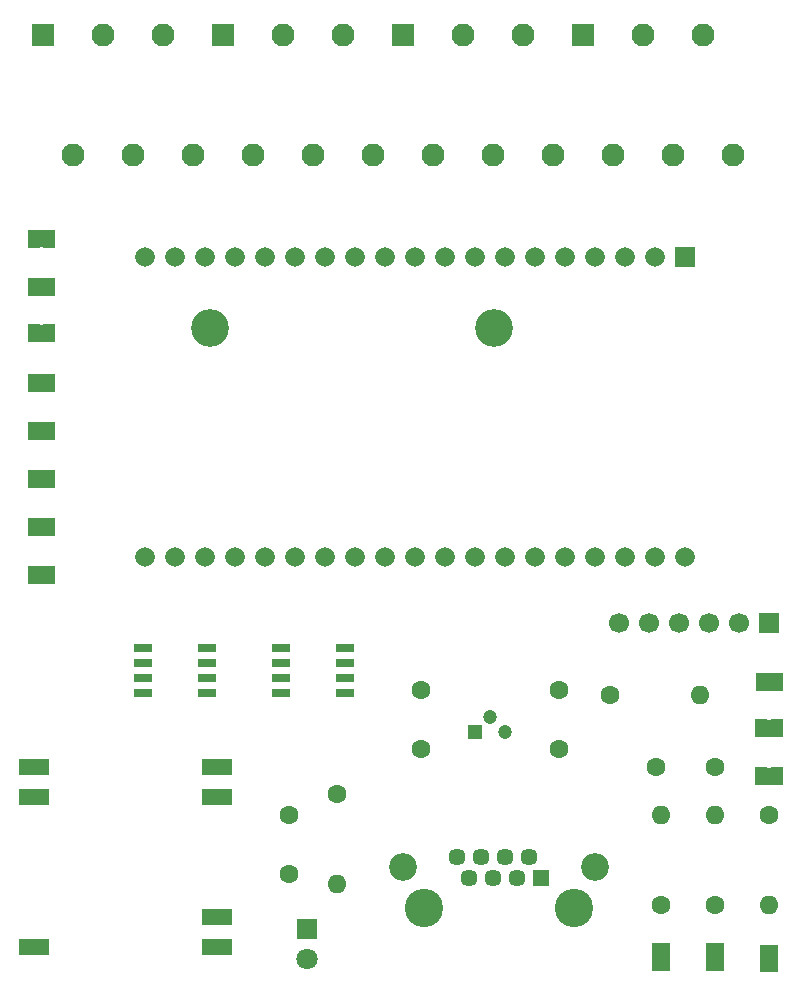
<source format=gts>
G04 #@! TF.GenerationSoftware,KiCad,Pcbnew,9.0.1*
G04 #@! TF.CreationDate,2025-05-26T13:20:38+02:00*
G04 #@! TF.ProjectId,ESP Interface Board,45535020-496e-4746-9572-666163652042,rev?*
G04 #@! TF.SameCoordinates,Original*
G04 #@! TF.FileFunction,Soldermask,Top*
G04 #@! TF.FilePolarity,Negative*
%FSLAX46Y46*%
G04 Gerber Fmt 4.6, Leading zero omitted, Abs format (unit mm)*
G04 Created by KiCad (PCBNEW 9.0.1) date 2025-05-26 13:20:38*
%MOMM*%
%LPD*%
G01*
G04 APERTURE LIST*
%ADD10C,3.200000*%
%ADD11R,1.950000X1.950000*%
%ADD12C,1.950000*%
%ADD13R,1.000000X1.500000*%
%ADD14C,1.600000*%
%ADD15O,1.600000X1.600000*%
%ADD16R,1.700000X1.700000*%
%ADD17C,1.700000*%
%ADD18R,1.800000X1.800000*%
%ADD19C,1.800000*%
%ADD20R,2.500000X1.400000*%
%ADD21R,1.500000X1.000000*%
%ADD22R,1.446000X1.446000*%
%ADD23C,1.446000*%
%ADD24C,2.355000*%
%ADD25C,3.250000*%
%ADD26R,1.665000X1.665000*%
%ADD27C,1.665000*%
%ADD28R,1.200000X1.200000*%
%ADD29C,1.200000*%
%ADD30R,1.528000X0.650000*%
G04 APERTURE END LIST*
G36*
X147000000Y-131750000D02*
G01*
X146700000Y-131750000D01*
X146700000Y-130250000D01*
X147000000Y-130250000D01*
X147000000Y-131750000D01*
G37*
G36*
X146662000Y-134186000D02*
G01*
X146962000Y-134186000D01*
X146962000Y-135686000D01*
X146662000Y-135686000D01*
X146662000Y-134186000D01*
G37*
G36*
X146662000Y-138250000D02*
G01*
X146962000Y-138250000D01*
X146962000Y-139750000D01*
X146662000Y-139750000D01*
X146662000Y-138250000D01*
G37*
G36*
X85352000Y-106414000D02*
G01*
X85052000Y-106414000D01*
X85052000Y-104914000D01*
X85352000Y-104914000D01*
X85352000Y-106414000D01*
G37*
G36*
X85352000Y-102244000D02*
G01*
X85052000Y-102244000D01*
X85052000Y-100744000D01*
X85352000Y-100744000D01*
X85352000Y-102244000D01*
G37*
G36*
X85352000Y-98286000D02*
G01*
X85052000Y-98286000D01*
X85052000Y-96786000D01*
X85352000Y-96786000D01*
X85352000Y-98286000D01*
G37*
G36*
X85352000Y-94216000D02*
G01*
X85052000Y-94216000D01*
X85052000Y-92716000D01*
X85352000Y-92716000D01*
X85352000Y-94216000D01*
G37*
G36*
X85352000Y-122670000D02*
G01*
X85052000Y-122670000D01*
X85052000Y-121170000D01*
X85352000Y-121170000D01*
X85352000Y-122670000D01*
G37*
G36*
X85352000Y-118606000D02*
G01*
X85052000Y-118606000D01*
X85052000Y-117106000D01*
X85352000Y-117106000D01*
X85352000Y-118606000D01*
G37*
G36*
X85352000Y-114542000D02*
G01*
X85052000Y-114542000D01*
X85052000Y-113042000D01*
X85352000Y-113042000D01*
X85352000Y-114542000D01*
G37*
G36*
X85352000Y-110478000D02*
G01*
X85052000Y-110478000D01*
X85052000Y-108978000D01*
X85352000Y-108978000D01*
X85352000Y-110478000D01*
G37*
G36*
X146062000Y-154582000D02*
G01*
X147562000Y-154582000D01*
X147562000Y-154282000D01*
X146062000Y-154282000D01*
X146062000Y-154582000D01*
G37*
G36*
X142990000Y-154140000D02*
G01*
X141490000Y-154140000D01*
X141490000Y-154440000D01*
X142990000Y-154440000D01*
X142990000Y-154140000D01*
G37*
G36*
X138418000Y-154140000D02*
G01*
X136918000Y-154140000D01*
X136918000Y-154440000D01*
X138418000Y-154440000D01*
X138418000Y-154140000D01*
G37*
D10*
X123500000Y-101000000D03*
X99500000Y-101000000D03*
D11*
X131060000Y-76220000D03*
D12*
X133600000Y-86380000D03*
X136140000Y-76220000D03*
X138680000Y-86380000D03*
X141220000Y-76220000D03*
X143760000Y-86380000D03*
D11*
X100580000Y-76220000D03*
D12*
X103120000Y-86380000D03*
X105660000Y-76220000D03*
X108200000Y-86380000D03*
X110740000Y-76220000D03*
X113280000Y-86380000D03*
D11*
X85340000Y-76220000D03*
D12*
X87880000Y-86380000D03*
X90420000Y-76220000D03*
X92960000Y-86380000D03*
X95500000Y-76220000D03*
X98040000Y-86380000D03*
D11*
X115820000Y-76220000D03*
D12*
X118360000Y-86380000D03*
X120900000Y-76220000D03*
X123440000Y-86380000D03*
X125980000Y-76220000D03*
X128520000Y-86380000D03*
D13*
X147500000Y-131000000D03*
X146200000Y-131000000D03*
D14*
X146812000Y-142240000D03*
D15*
X146812000Y-149860000D03*
D14*
X142240000Y-149860000D03*
D15*
X142240000Y-142240000D03*
D14*
X110236000Y-140462000D03*
D15*
X110236000Y-148082000D03*
D14*
X137668000Y-149860000D03*
D15*
X137668000Y-142240000D03*
X140970000Y-132080000D03*
D14*
X133350000Y-132080000D03*
D16*
X146812000Y-125984000D03*
D17*
X144272000Y-125984000D03*
X141732000Y-125984000D03*
X139192000Y-125984000D03*
X136652000Y-125984000D03*
X134112000Y-125984000D03*
D18*
X107696000Y-151892000D03*
D19*
X107696000Y-154432000D03*
D14*
X117347000Y-136652000D03*
X117347000Y-131652000D03*
X129031000Y-136652000D03*
X129031000Y-131652000D03*
X142240000Y-138176000D03*
X137240000Y-138176000D03*
X106172000Y-147280000D03*
X106172000Y-142280000D03*
D20*
X100078000Y-153416000D03*
X100078000Y-150876000D03*
X100078000Y-140716000D03*
X100078000Y-138176000D03*
X84578000Y-138176000D03*
X84578000Y-140716000D03*
X84578000Y-153416000D03*
D13*
X146162000Y-134936000D03*
X147462000Y-134936000D03*
X146162000Y-139000000D03*
X147462000Y-139000000D03*
X85852000Y-105664000D03*
X84552000Y-105664000D03*
X85852000Y-101494000D03*
X84552000Y-101494000D03*
X85852000Y-97536000D03*
X84552000Y-97536000D03*
X85852000Y-93466000D03*
X84552000Y-93466000D03*
X85852000Y-121920000D03*
X84552000Y-121920000D03*
X85852000Y-117856000D03*
X84552000Y-117856000D03*
X85852000Y-113792000D03*
X84552000Y-113792000D03*
X85852000Y-109728000D03*
X84552000Y-109728000D03*
D21*
X146812000Y-155082000D03*
X146812000Y-153782000D03*
X142240000Y-153640000D03*
X142240000Y-154940000D03*
X137668000Y-153640000D03*
X137668000Y-154940000D03*
D22*
X127506000Y-147576000D03*
D23*
X126491000Y-145796000D03*
X125476000Y-147576000D03*
X124461000Y-145796000D03*
X123441000Y-147576000D03*
X122426000Y-145796000D03*
X121411000Y-147576000D03*
X120396000Y-145796000D03*
D24*
X132051000Y-146686000D03*
X115851000Y-146686000D03*
D25*
X130301000Y-150116000D03*
X117601000Y-150116000D03*
D26*
X139700000Y-94996000D03*
D27*
X137160000Y-94996000D03*
X134620000Y-94996000D03*
X132080000Y-94996000D03*
X129540000Y-94996000D03*
X127000000Y-94996000D03*
X124460000Y-94996000D03*
X121920000Y-94996000D03*
X119380000Y-94996000D03*
X116840000Y-94996000D03*
X114300000Y-94996000D03*
X111760000Y-94996000D03*
X109220000Y-94996000D03*
X106680000Y-94996000D03*
X104140000Y-94996000D03*
X101600000Y-94996000D03*
X99060000Y-94996000D03*
X96520000Y-94996000D03*
X93980000Y-94996000D03*
X93980000Y-120396000D03*
X96520000Y-120396000D03*
X99060000Y-120396000D03*
X101600000Y-120396000D03*
X104140000Y-120396000D03*
X106680000Y-120396000D03*
X109220000Y-120396000D03*
X111760000Y-120396000D03*
X114300000Y-120396000D03*
X116840000Y-120396000D03*
X119380000Y-120396000D03*
X121920000Y-120396000D03*
X124460000Y-120396000D03*
X127000000Y-120396000D03*
X129540000Y-120396000D03*
X132080000Y-120396000D03*
X134620000Y-120396000D03*
X137160000Y-120396000D03*
X139700000Y-120396000D03*
D28*
X121919000Y-135208000D03*
D29*
X123189000Y-133938000D03*
X124459000Y-135208000D03*
D30*
X93809000Y-128143000D03*
X93809000Y-129413000D03*
X93809000Y-130683000D03*
X93809000Y-131953000D03*
X99231000Y-131953000D03*
X99231000Y-130683000D03*
X99231000Y-129413000D03*
X99231000Y-128143000D03*
X105493000Y-128143000D03*
X105493000Y-129413000D03*
X105493000Y-130683000D03*
X105493000Y-131953000D03*
X110915000Y-131953000D03*
X110915000Y-130683000D03*
X110915000Y-129413000D03*
X110915000Y-128143000D03*
M02*

</source>
